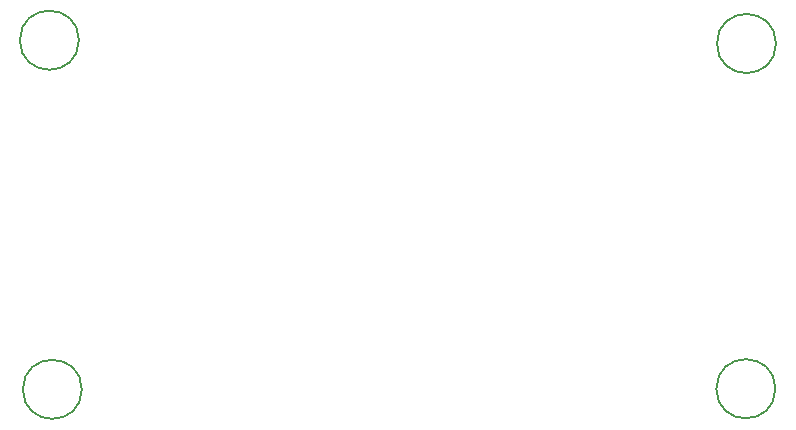
<source format=gbr>
%TF.GenerationSoftware,KiCad,Pcbnew,7.0.8-7.0.8~ubuntu22.04.1*%
%TF.CreationDate,2023-10-19T14:38:34-05:00*%
%TF.ProjectId,rm3100Remote,726d3331-3030-4526-956d-6f74652e6b69,0.0.5*%
%TF.SameCoordinates,Original*%
%TF.FileFunction,Other,Comment*%
%FSLAX46Y46*%
G04 Gerber Fmt 4.6, Leading zero omitted, Abs format (unit mm)*
G04 Created by KiCad (PCBNEW 7.0.8-7.0.8~ubuntu22.04.1) date 2023-10-19 14:38:34*
%MOMM*%
%LPD*%
G01*
G04 APERTURE LIST*
%ADD10C,0.150000*%
G04 APERTURE END LIST*
D10*
%TO.C,MK1*%
X-90148800Y72029600D02*
G75*
G03*
X-90148800Y72029600I-2500000J0D01*
G01*
%TO.C,MK2*%
X-31128800Y71749600D02*
G75*
G03*
X-31128800Y71749600I-2500000J0D01*
G01*
%TO.C,MK4*%
X-31178800Y42519600D02*
G75*
G03*
X-31178800Y42519600I-2500000J0D01*
G01*
%TO.C,MK3*%
X-89898800Y42469600D02*
G75*
G03*
X-89898800Y42469600I-2500000J0D01*
G01*
%TD*%
M02*

</source>
